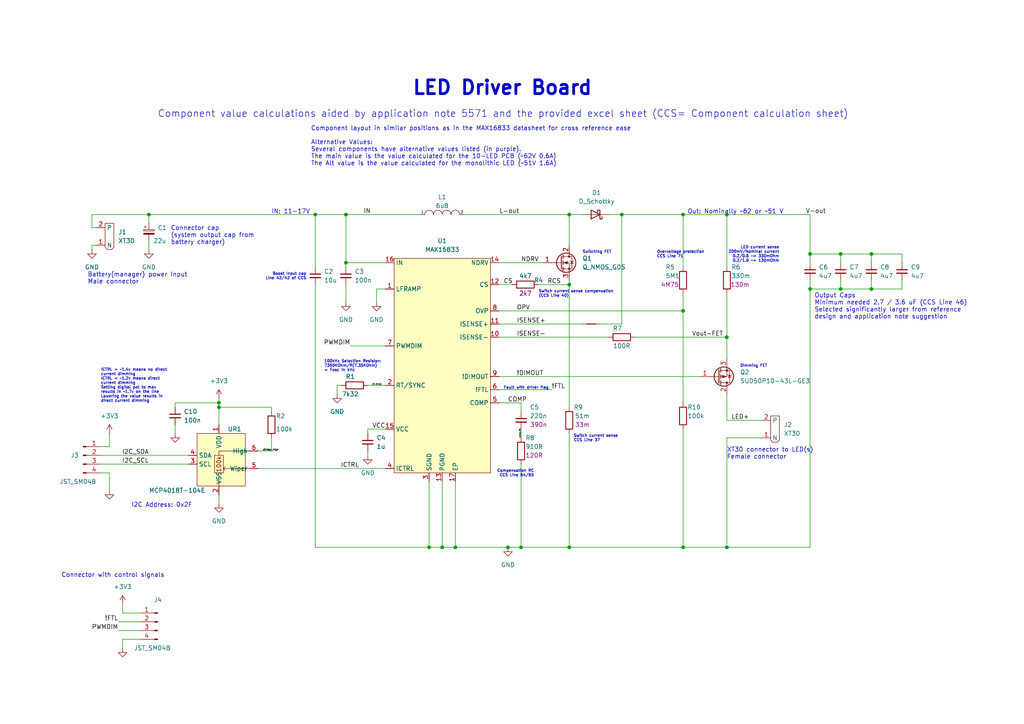
<source format=kicad_sch>
(kicad_sch (version 20211123) (generator eeschema)
  (paper "A4")
  (title_block (title "LED Driver Board") (date "2023-02-01") (rev "V0.3") (company "Eldalote Electronics") (comment 1 "many of the functions of the dive lamp have been split onto different PCBs") (comment 2 "Due to tight radius constrains, ") (comment 4 "Part of the Dive lamp design"))
  (lib_symbols
    (symbol "Connector:Conn_01x04_Male" (pin_names (offset 1.016) hide)
      (property "Reference" "J" (at 0 5.08 0))
      (property "Value" "Conn_01x04_Male" (at 0 -7.62 0))
      (symbol "Conn_01x04_Male_1_1"
        (polyline (pts (xy 1.27 -5.08) (xy 0.8636 -5.08)) (stroke (width 0.1524)))
        (polyline (pts (xy 1.27 -2.54) (xy 0.8636 -2.54)) (stroke (width 0.1524)))
        (polyline (pts (xy 1.27 0) (xy 0.8636 0)) (stroke (width 0.1524)))
        (polyline (pts (xy 1.27 2.54) (xy 0.8636 2.54)) (stroke (width 0.1524)))
        (rectangle (start 0.8636 -4.953) (end 0 -5.207) (stroke (width 0.1524)) (fill (type outline)))
        (rectangle (start 0.8636 -2.413) (end 0 -2.667) (stroke (width 0.1524)) (fill (type outline)))
        (rectangle (start 0.8636 0.127) (end 0 -0.127) (stroke (width 0.1524)) (fill (type outline)))
        (rectangle (start 0.8636 2.667) (end 0 2.413) (stroke (width 0.1524)) (fill (type outline)))
        (pin passive line (at 5.08 2.54 180) (length 3.81) (name "Pin_1") (number "1"))
        (pin passive line (at 5.08 0 180) (length 3.81) (name "Pin_2") (number "2"))
        (pin passive line (at 5.08 -2.54 180) (length 3.81) (name "Pin_3") (number "3"))
        (pin passive line (at 5.08 -5.08 180) (length 3.81) (name "Pin_4") (number "4"))
      )
    )
    (symbol "Device:C_Polarized_Small" (pin_numbers hide) (pin_names (offset 0.254) hide)
      (property "Reference" "C" (at 0.254 1.778 0))
      (property "Value" "C_Polarized_Small" (at 0.254 -2.032 0))
      (symbol "C_Polarized_Small_0_1"
        (rectangle (start -1.524 -0.3048) (end 1.524 -0.6858) (fill (type outline)))
        (rectangle (start -1.524 0.6858) (end 1.524 0.3048))
        (polyline (pts (xy -1.27 1.524) (xy -0.762 1.524)))
        (polyline (pts (xy -1.016 1.27) (xy -1.016 1.778)))
      )
      (symbol "C_Polarized_Small_1_1"
        (pin passive line (at 0 2.54 270) (length 1.8542) (name "~") (number "1"))
        (pin passive line (at 0 -2.54 90) (length 1.8542) (name "~") (number "2"))
      )
    )
    (symbol "Device:C_Small" (pin_numbers hide) (pin_names (offset 0.254) hide)
      (property "Reference" "C" (at 0.254 1.778 0))
      (property "Value" "C_Small" (at 0.254 -2.032 0))
      (symbol "C_Small_0_1"
        (polyline (pts (xy -1.524 -0.508) (xy 1.524 -0.508)) (stroke (width 0.3302)))
        (polyline (pts (xy -1.524 0.508) (xy 1.524 0.508)) (stroke (width 0.3048)))
      )
      (symbol "C_Small_1_1"
        (pin passive line (at 0 2.54 270) (length 2.032) (name "~") (number "1"))
        (pin passive line (at 0 -2.54 90) (length 2.032) (name "~") (number "2"))
      )
    )
    (symbol "Device:D_Schottky" (pin_numbers hide) (pin_names (offset 1.016) hide)
      (property "Reference" "D" (at 0 2.54 0))
      (property "Value" "D_Schottky" (at 0 -2.54 0))
      (symbol "D_Schottky_0_1"
        (polyline (pts (xy 1.27 0) (xy -1.27 0)))
        (polyline (pts (xy 1.27 1.27) (xy 1.27 -1.27) (xy -1.27 0) (xy 1.27 1.27)) (stroke (width 0.254)))
        (polyline (pts (xy -1.905 0.635) (xy -1.905 1.27) (xy -1.27 1.27) (xy -1.27 -1.27) (xy -0.635 -1.27) (xy -0.635 -0.635)) (stroke (width 0.254)))
      )
      (symbol "D_Schottky_1_1"
        (pin passive line (at -3.81 0 0) (length 2.54) (name "K") (number "1"))
        (pin passive line (at 3.81 0 180) (length 2.54) (name "A") (number "2"))
      )
    )
    (symbol "Device:NetTie_2" (pin_numbers hide) (pin_names (offset 0) hide)
      (property "Reference" "NT" (at 0 1.27 0))
      (property "Value" "NetTie_2" (at 0 -1.27 0))
      (symbol "NetTie_2_0_1"
        (polyline (pts (xy -1.27 0) (xy 1.27 0)) (stroke (width 0.254)))
      )
      (symbol "NetTie_2_1_1"
        (pin passive line (at -2.54 0 0) (length 2.54) (name "1") (number "1"))
        (pin passive line (at 2.54 0 180) (length 2.54) (name "2") (number "2"))
      )
    )
    (symbol "Device:Q_NMOS_GDS" (pin_names (offset 0) hide)
      (property "Reference" "Q" (at 5.08 1.27 0))
      (property "Value" "Q_NMOS_GDS" (at 5.08 -1.27 0))
      (symbol "Q_NMOS_GDS_0_1"
        (polyline (pts (xy 0.254 0) (xy -2.54 0)))
        (polyline (pts (xy 0.254 1.905) (xy 0.254 -1.905)) (stroke (width 0.254)))
        (polyline (pts (xy 0.762 -1.27) (xy 0.762 -2.286)) (stroke (width 0.254)))
        (polyline (pts (xy 0.762 0.508) (xy 0.762 -0.508)) (stroke (width 0.254)))
        (polyline (pts (xy 0.762 2.286) (xy 0.762 1.27)) (stroke (width 0.254)))
        (polyline (pts (xy 2.54 2.54) (xy 2.54 1.778)))
        (polyline (pts (xy 2.54 -2.54) (xy 2.54 0) (xy 0.762 0)))
        (polyline (pts (xy 0.762 -1.778) (xy 3.302 -1.778) (xy 3.302 1.778) (xy 0.762 1.778)))
        (polyline (pts (xy 1.016 0) (xy 2.032 0.381) (xy 2.032 -0.381) (xy 1.016 0)) (fill (type outline)))
        (polyline (pts (xy 2.794 0.508) (xy 2.921 0.381) (xy 3.683 0.381) (xy 3.81 0.254)))
        (polyline (pts (xy 3.302 0.381) (xy 2.921 -0.254) (xy 3.683 -0.254) (xy 3.302 0.381)))
        (circle (center 1.651 0) (radius 2.794) (stroke (width 0.254)))
        (circle (center 2.54 -1.778) (radius 0.254) (fill (type outline)))
        (circle (center 2.54 1.778) (radius 0.254) (fill (type outline)))
      )
      (symbol "Q_NMOS_GDS_1_1"
        (pin input line (at -5.08 0 0) (length 2.54) (name "G") (number "1"))
        (pin passive line (at 2.54 5.08 270) (length 2.54) (name "D") (number "2"))
        (pin passive line (at 2.54 -5.08 90) (length 2.54) (name "S") (number "3"))
      )
    )
    (symbol "Device:Q_PMOS_GDS" (pin_names (offset 0) hide)
      (property "Reference" "Q" (at 5.08 1.27 0))
      (property "Value" "Q_PMOS_GDS" (at 5.08 -1.27 0))
      (symbol "Q_PMOS_GDS_0_1"
        (polyline (pts (xy 0.254 0) (xy -2.54 0)))
        (polyline (pts (xy 0.254 1.905) (xy 0.254 -1.905)) (stroke (width 0.254)))
        (polyline (pts (xy 0.762 -1.27) (xy 0.762 -2.286)) (stroke (width 0.254)))
        (polyline (pts (xy 0.762 0.508) (xy 0.762 -0.508)) (stroke (width 0.254)))
        (polyline (pts (xy 0.762 2.286) (xy 0.762 1.27)) (stroke (width 0.254)))
        (polyline (pts (xy 2.54 2.54) (xy 2.54 1.778)))
        (polyline (pts (xy 2.54 -2.54) (xy 2.54 0) (xy 0.762 0)))
        (polyline (pts (xy 0.762 1.778) (xy 3.302 1.778) (xy 3.302 -1.778) (xy 0.762 -1.778)))
        (polyline (pts (xy 2.286 0) (xy 1.27 0.381) (xy 1.27 -0.381) (xy 2.286 0)) (fill (type outline)))
        (polyline (pts (xy 2.794 -0.508) (xy 2.921 -0.381) (xy 3.683 -0.381) (xy 3.81 -0.254)))
        (polyline (pts (xy 3.302 -0.381) (xy 2.921 0.254) (xy 3.683 0.254) (xy 3.302 -0.381)))
        (circle (center 1.651 0) (radius 2.794) (stroke (width 0.254)))
        (circle (center 2.54 -1.778) (radius 0.254) (fill (type outline)))
        (circle (center 2.54 1.778) (radius 0.254) (fill (type outline)))
      )
      (symbol "Q_PMOS_GDS_1_1"
        (pin input line (at -5.08 0 0) (length 2.54) (name "G") (number "1"))
        (pin passive line (at 2.54 5.08 270) (length 2.54) (name "D") (number "2"))
        (pin passive line (at 2.54 -5.08 90) (length 2.54) (name "S") (number "3"))
      )
    )
    (symbol "Device:R" (pin_numbers hide) (pin_names (offset 0))
      (property "Reference" "R" (at 2.032 0 90))
      (property "Value" "R" (at 0 0 90))
      (symbol "R_0_1"
        (rectangle (start -1.016 -2.54) (end 1.016 2.54) (stroke (width 0.254)))
      )
      (symbol "R_1_1"
        (pin passive line (at 0 3.81 270) (length 1.27) (name "~") (number "1"))
        (pin passive line (at 0 -3.81 90) (length 1.27) (name "~") (number "2"))
      )
    )
    (symbol "Eldalote_symbols:MAX16833"
      (property "Reference" "U" (at 0.635 31.75 0))
      (property "Value" "MAX16833" (at -7.62 31.75 0))
      (symbol "MAX16833_0_1"
        (rectangle (start -13.97 30.48) (end 13.97 -31.75) (fill (type background)))
      )
      (symbol "MAX16833_1_1"
        (pin output line (at -16.51 21.59 0) (length 2.54) (name "LFRAMP") (number "1"))
        (pin passive line (at 16.51 7.62 180) (length 2.54) (name "ISENSE-") (number "10"))
        (pin passive line (at 16.51 11.43 180) (length 2.54) (name "ISENSE+") (number "11"))
        (pin input line (at 16.51 22.86 180) (length 2.54) (name "CS") (number "12"))
        (pin passive line (at 0 -34.29 90) (length 2.54) (name "PGND") (number "13"))
        (pin output line (at 16.51 29.21 180) (length 2.54) (name "NDRV") (number "14"))
        (pin output line (at -16.51 -19.05 0) (length 2.54) (name "VCC") (number "15"))
        (pin input line (at -16.51 29.21 0) (length 2.54) (name "IN") (number "16"))
        (pin passive line (at 3.81 -34.29 90) (length 2.54) (name "EP") (number "17"))
        (pin input line (at -16.51 -6.35 0) (length 2.54) (name "RT/SYNC") (number "2"))
        (pin passive line (at -3.81 -34.29 90) (length 2.54) (name "SGND") (number "3"))
        (pin input line (at -16.51 -30.48 0) (length 2.54) (name "ICTRL") (number "4"))
        (pin passive line (at 16.51 -11.43 180) (length 2.54) (name "COMP") (number "5"))
        (pin output line (at 16.51 -7.62 180) (length 2.54) (name "!FTL") (number "6"))
        (pin input line (at -16.51 5.08 0) (length 2.54) (name "PWMDIM") (number "7"))
        (pin input line (at 16.51 15.24 180) (length 2.54) (name "OVP") (number "8"))
        (pin output line (at 16.51 -3.81 180) (length 2.54) (name "!DIMOUT") (number "9"))
      )
    )
    (symbol "Eldalote_symbols:MCP4018T-104E"
      (property "Reference" "UR" (at 3.81 15.24 0))
      (property "Value" "MCP4018T-104E" (at -1.27 27.94 0))
      (symbol "MCP4018T-104E_0_0"
        (text "100k" (at 0 5.08 900) (effects (font (size 1.27 1.27))))
      )
      (symbol "MCP4018T-104E_0_1"
        (rectangle (start -6.35 13.97) (end 7.62 -1.27) (fill (type background)))
        (polyline (pts (xy 1.27 3.81) (xy 1.778 3.302)))
        (polyline (pts (xy 1.27 3.81) (xy 1.778 4.318)))
        (polyline (pts (xy 1.27 3.81) (xy 5.08 3.81)))
        (polyline (pts (xy 5.08 3.81) (xy 8.89 3.81)))
        (polyline (pts (xy 5.08 8.89) (xy 8.89 8.89)))
        (polyline (pts (xy 0 7.62) (xy 0 8.89) (xy 5.08 8.89)))
        (polyline (pts (xy 0 -1.27) (xy 0 2.54) (xy -1.27 2.54) (xy -1.27 7.62) (xy 1.27 7.62) (xy 1.27 2.54) (xy 0 2.54)))
      )
      (symbol "MCP4018T-104E_1_1"
        (pin passive line (at 0 16.51 270) (length 2.54) (name "VDD") (number "1"))
        (pin passive line (at 0 -3.81 90) (length 2.54) (name "VSS") (number "2"))
        (pin passive line (at -8.89 5.08 0) (length 2.54) (name "SCL") (number "3"))
        (pin passive line (at -8.89 7.62 0) (length 2.54) (name "SDA") (number "4"))
        (pin passive line (at 11.43 3.81 180) (length 2.54) (name "Wiper") (number "5"))
        (pin passive line (at 11.43 8.89 180) (length 2.54) (name "High") (number "6"))
      )
    )
    (symbol "Eldalote_symbols:XT30"
      (property "Reference" "J" (at 0.635 4.445 0))
      (property "Value" "XT30" (at 1.27 -4.445 0))
      (symbol "XT30_0_1"
        (polyline (pts (xy 0 3.81) (xy 0 -3.175) (xy 0.635 -3.81) (xy 1.905 -3.81) (xy 2.54 -3.175) (xy 2.54 3.81) (xy 0 3.81)))
      )
      (symbol "XT30_1_1"
        (pin passive line (at -2.54 -2.54 0) (length 2.54) (name "N") (number "1"))
        (pin passive line (at -2.54 2.54 0) (length 2.54) (name "P") (number "2"))
      )
    )
    (symbol "power:+3V3" (power) (pin_names (offset 0))
      (property "Value" "+3V3" (at 0 3.556 0))
      (symbol "+3V3_0_1"
        (polyline (pts (xy -0.762 1.27) (xy 0 2.54)))
        (polyline (pts (xy 0 0) (xy 0 2.54)))
        (polyline (pts (xy 0 2.54) (xy 0.762 1.27)))
      )
      (symbol "+3V3_1_1"
        (pin power_in line (at 0 0 90) (length 0) hide (name "+3V3") (number "1"))
      )
    )
    (symbol "power:GND" (power) (pin_names (offset 0))
      (property "Value" "GND" (at 0 -3.81 0))
      (symbol "GND_0_1"
        (polyline (pts (xy 0 0) (xy 0 -1.27) (xy 1.27 -1.27) (xy 0 -2.54) (xy -1.27 -1.27) (xy 0 -1.27)))
      )
      (symbol "GND_1_1"
        (pin power_in line (at 0 0 270) (length 0) hide (name "GND") (number "1"))
      )
    )
    (symbol "pspice:INDUCTOR" (pin_numbers hide) (pin_names (offset 0))
      (property "Reference" "L" (at 0 2.54 0))
      (property "Value" "INDUCTOR" (at 0 -1.27 0))
      (symbol "INDUCTOR_0_1"
        (arc (start -2.54 0) (mid -3.81 1.27) (end -5.08 0))
        (arc (start 0 0) (mid -1.27 1.27) (end -2.54 0))
        (arc (start 2.54 0) (mid 1.27 1.27) (end 0 0))
        (arc (start 5.08 0) (mid 3.81 1.27) (end 2.54 0))
      )
      (symbol "INDUCTOR_1_1"
        (pin input line (at -6.35 0 0) (length 1.27) (name "1") (number "1"))
        (pin input line (at 6.35 0 180) (length 1.27) (name "2") (number "2"))
      )
    )
  )
  (junction (at 198.12 90.17))
  (junction (at 165.1 158.75))
  (junction (at 151.13 158.75))
  (junction (at 147.32 158.75))
  (junction (at 63.5 116.84))
  (junction (at 165.1 62.23))
  (junction (at 252.73 83.82))
  (junction (at 91.44 62.23))
  (junction (at 234.95 73.66))
  (junction (at 124.46 158.75))
  (junction (at 198.12 62.23))
  (junction (at 132.08 158.75))
  (junction (at 210.82 97.79))
  (junction (at 63.5 118.11))
  (junction (at 43.18 62.23))
  (junction (at 128.27 158.75))
  (junction (at 210.82 62.23))
  (junction (at 165.1 82.55))
  (junction (at 100.33 62.23))
  (junction (at 234.95 83.82))
  (junction (at 243.84 83.82))
  (junction (at 198.12 158.75))
  (junction (at 252.73 73.66))
  (junction (at 210.82 158.75))
  (junction (at 180.34 62.23))
  (junction (at 243.84 73.66))
  (junction (at 100.33 76.2))
  (wire (pts (xy 40.64 177.8) (xy 35.56 177.8)))
  (wire (pts (xy 151.13 116.84) (xy 151.13 119.38)))
  (wire (pts (xy 31.75 129.54) (xy 31.75 125.73)))
  (wire (pts (xy 147.32 158.75) (xy 151.13 158.75)))
  (wire (pts (xy 144.78 116.84) (xy 151.13 116.84)))
  (wire (pts (xy 91.44 62.23) (xy 91.44 77.47)))
  (wire (pts (xy 261.62 81.28) (xy 261.62 83.82)))
  (wire (pts (xy 198.12 62.23) (xy 198.12 77.47)))
  (wire (pts (xy 134.62 62.23) (xy 165.1 62.23)))
  (wire (pts (xy 99.06 111.76) (xy 97.79 111.76)))
  (wire (pts (xy 63.5 115.57) (xy 63.5 116.84)))
  (wire (pts (xy 261.62 76.2) (xy 261.62 73.66)))
  (wire (pts (xy 100.33 62.23) (xy 121.92 62.23)))
  (wire (pts (xy 165.1 62.23) (xy 168.91 62.23)))
  (wire (pts (xy 63.5 143.51) (xy 63.5 146.05)))
  (wire (pts (xy 210.82 114.3) (xy 210.82 121.92)))
  (wire (pts (xy 252.73 81.28) (xy 252.73 83.82)))
  (wire (pts (xy 234.95 73.66) (xy 243.84 73.66)))
  (wire (pts (xy 106.68 130.81) (xy 106.68 132.08)))
  (wire (pts (xy 210.82 97.79) (xy 210.82 104.14)))
  (wire (pts (xy 210.82 62.23) (xy 210.82 77.47)))
  (wire (pts (xy 35.56 175.26) (xy 35.56 177.8)))
  (wire (pts (xy 43.18 62.23) (xy 43.18 64.77)))
  (wire (pts (xy 210.82 127) (xy 220.98 127)))
  (wire (pts (xy 198.12 85.09) (xy 198.12 90.17)))
  (wire (pts (xy 252.73 73.66) (xy 261.62 73.66)))
  (wire (pts (xy 78.74 118.11) (xy 63.5 118.11)))
  (wire (pts (xy 180.34 93.98) (xy 180.34 62.23)))
  (wire (pts (xy 198.12 158.75) (xy 165.1 158.75)))
  (wire (pts (xy 173.99 93.98) (xy 180.34 93.98)))
  (wire (pts (xy 210.82 62.23) (xy 234.95 62.23)))
  (wire (pts (xy 234.95 83.82) (xy 234.95 158.75)))
  (wire (pts (xy 210.82 158.75) (xy 198.12 158.75)))
  (wire (pts (xy 100.33 76.2) (xy 111.76 76.2)))
  (wire (pts (xy 124.46 158.75) (xy 128.27 158.75)))
  (wire (pts (xy 78.74 119.38) (xy 78.74 118.11)))
  (wire (pts (xy 100.33 82.55) (xy 100.33 87.63)))
  (wire (pts (xy 198.12 90.17) (xy 198.12 116.84)))
  (wire (pts (xy 63.5 118.11) (xy 63.5 123.19)))
  (wire (pts (xy 234.95 73.66) (xy 234.95 62.23)))
  (wire (pts (xy 144.78 109.22) (xy 203.2 109.22)))
  (wire (pts (xy 91.44 82.55) (xy 91.44 158.75)))
  (wire (pts (xy 106.68 111.76) (xy 111.76 111.76)))
  (wire (pts (xy 50.8 116.84) (xy 63.5 116.84)))
  (wire (pts (xy 128.27 158.75) (xy 132.08 158.75)))
  (wire (pts (xy 210.82 127) (xy 210.82 158.75)))
  (wire (pts (xy 144.78 93.98) (xy 168.91 93.98)))
  (wire (pts (xy 210.82 62.23) (xy 198.12 62.23)))
  (wire (pts (xy 210.82 121.92) (xy 220.98 121.92)))
  (wire (pts (xy 144.78 76.2) (xy 157.48 76.2)))
  (wire (pts (xy 132.08 139.7) (xy 132.08 158.75)))
  (wire (pts (xy 234.95 81.28) (xy 234.95 83.82)))
  (wire (pts (xy 26.67 62.23) (xy 26.67 66.04)))
  (wire (pts (xy 106.68 124.46) (xy 106.68 125.73)))
  (wire (pts (xy 198.12 62.23) (xy 180.34 62.23)))
  (wire (pts (xy 50.8 123.19) (xy 50.8 125.73)))
  (wire (pts (xy 165.1 82.55) (xy 165.1 118.11)))
  (wire (pts (xy 26.67 71.12) (xy 26.67 72.39)))
  (wire (pts (xy 243.84 83.82) (xy 234.95 83.82)))
  (wire (pts (xy 50.8 118.11) (xy 50.8 116.84)))
  (wire (pts (xy 34.29 180.34) (xy 40.64 180.34)))
  (wire (pts (xy 261.62 83.82) (xy 252.73 83.82)))
  (wire (pts (xy 184.15 97.79) (xy 210.82 97.79)))
  (wire (pts (xy 156.21 82.55) (xy 165.1 82.55)))
  (wire (pts (xy 29.21 129.54) (xy 31.75 129.54)))
  (wire (pts (xy 34.29 182.88) (xy 40.64 182.88)))
  (wire (pts (xy 243.84 81.28) (xy 243.84 83.82)))
  (wire (pts (xy 27.94 71.12) (xy 26.67 71.12)))
  (wire (pts (xy 243.84 73.66) (xy 243.84 76.2)))
  (wire (pts (xy 100.33 62.23) (xy 100.33 76.2)))
  (wire (pts (xy 252.73 83.82) (xy 243.84 83.82)))
  (wire (pts (xy 234.95 76.2) (xy 234.95 73.66)))
  (wire (pts (xy 165.1 158.75) (xy 151.13 158.75)))
  (wire (pts (xy 243.84 73.66) (xy 252.73 73.66)))
  (wire (pts (xy 63.5 116.84) (xy 63.5 118.11)))
  (wire (pts (xy 78.74 130.81) (xy 78.74 127)))
  (wire (pts (xy 198.12 124.46) (xy 198.12 158.75)))
  (wire (pts (xy 144.78 113.03) (xy 160.02 113.03)))
  (wire (pts (xy 97.79 111.76) (xy 97.79 114.3)))
  (wire (pts (xy 210.82 158.75) (xy 234.95 158.75)))
  (wire (pts (xy 29.21 134.62) (xy 54.61 134.62)))
  (wire (pts (xy 124.46 139.7) (xy 124.46 158.75)))
  (wire (pts (xy 74.93 135.89) (xy 111.76 135.89)))
  (wire (pts (xy 100.33 76.2) (xy 100.33 77.47)))
  (wire (pts (xy 111.76 83.82) (xy 109.22 83.82)))
  (wire (pts (xy 35.56 185.42) (xy 35.56 187.96)))
  (wire (pts (xy 165.1 125.73) (xy 165.1 158.75)))
  (wire (pts (xy 35.56 185.42) (xy 40.64 185.42)))
  (wire (pts (xy 210.82 85.09) (xy 210.82 97.79)))
  (wire (pts (xy 26.67 62.23) (xy 43.18 62.23)))
  (wire (pts (xy 180.34 62.23) (xy 176.53 62.23)))
  (wire (pts (xy 165.1 81.28) (xy 165.1 82.55)))
  (wire (pts (xy 144.78 90.17) (xy 198.12 90.17)))
  (wire (pts (xy 151.13 124.46) (xy 151.13 127)))
  (wire (pts (xy 74.93 130.81) (xy 78.74 130.81)))
  (wire (pts (xy 128.27 139.7) (xy 128.27 158.75)))
  (wire (pts (xy 26.67 66.04) (xy 27.94 66.04)))
  (wire (pts (xy 144.78 82.55) (xy 148.59 82.55)))
  (wire (pts (xy 252.73 73.66) (xy 252.73 76.2)))
  (wire (pts (xy 109.22 83.82) (xy 109.22 87.63)))
  (wire (pts (xy 132.08 158.75) (xy 147.32 158.75)))
  (wire (pts (xy 29.21 137.16) (xy 31.75 137.16)))
  (wire (pts (xy 31.75 137.16) (xy 31.75 142.24)))
  (wire (pts (xy 43.18 69.85) (xy 43.18 72.39)))
  (wire (pts (xy 91.44 158.75) (xy 124.46 158.75)))
  (wire (pts (xy 111.76 124.46) (xy 106.68 124.46)))
  (wire (pts (xy 91.44 62.23) (xy 100.33 62.23)))
  (wire (pts (xy 29.21 132.08) (xy 54.61 132.08)))
  (wire (pts (xy 151.13 134.62) (xy 151.13 158.75)))
  (wire (pts (xy 165.1 62.23) (xy 165.1 71.12)))
  (wire (pts (xy 43.18 62.23) (xy 91.44 62.23)))
  (wire (pts (xy 101.6 100.33) (xy 111.76 100.33)))
  (wire (pts (xy 144.78 97.79) (xy 176.53 97.79)))
  (text "Switch current sense\nCCS Line 37" (at 166.37 128.27 0) (effects (font (size 0.8 0.8)) (justify left bottom)))
  (text "Connector cap \n(system output cap from \nbattery charger)\n" (at 49.53 71.12 0) (effects (font (size 1.27 1.27)) (justify left bottom)))
  (text "ICTRL > ~1.4v means no direct \ncurrent dimming\nICTRL < ~1.2v means direct \ncurrent dimming\nSetting digital pot to max\nresults in ~1.7v on the line\nLowering the value results in\ndirect current dimming" (at 29.21 116.84 0) (effects (font (size 0.8 0.8)) (justify left bottom)))
  (text "LED current sense\n200mV/Nominal current\n0.2/0.6 ~= 330mOhm\n0.2/1.6 ~= 130mOhm" (at 226.06 76.2 180) (effects (font (size 0.8 0.8)) (justify right bottom)))
  (text "Compensation RC\nCCS Line 64/65" (at 154.94 138.43 180) (effects (font (size 0.8 0.8)) (justify right bottom)))
  (text "Dimming FET" (at 214.63 106.68 0) (effects (font (size 0.8 0.8)) (justify left bottom)))
  (text "Fault with driver flag" (at 146.05 113.03 0) (effects (font (size 0.8 0.8)) (justify left bottom)))
  (text "XT30 connector to LED(s)\nFemale connector" (at 210.82 133.35 0) (effects (font (size 1.27 1.27)) (justify left bottom)))
  (text "Switch current sense compensation\n(CCS Line 40)\n" (at 156.21 86.36 0) (effects (font (size 0.8 0.8)) (justify left bottom)))
  (text "Out: Nominally ~62 or ~51 V" (at 199.39 62.23 0) (effects (font (size 1.27 1.27)) (justify left bottom)))
  (text "Connector with control signals\n" (at 17.78 167.64 0) (effects (font (size 1.27 1.27)) (justify left bottom)))
  (text "I2C Address: 0x2F" (at 38.1 147.32 0) (effects (font (size 1.27 1.27)) (justify left bottom)))
  (text "Switching FET" (at 168.91 73.66 0) (effects (font (size 0.8 0.8)) (justify left bottom)))
  (text "Overvoltage protection\nCCS Line 71" (at 190.5 74.93 0) (effects (font (size 0.8 0.8)) (justify left bottom)))
  (text "Output Caps\nMinimum needed 2.7 / 3.6 uF (CCS Line 46)\nSelected significantly larger from reference \ndesign and application note suggestion " (at 236.22 92.71 0) (effects (font (size 1.27 1.27)) (justify left bottom)))
  (text "LED Driver Board" (at 119.38 27.94 0) (effects (font (size 4 4) (thickness 0.8) bold) (justify left bottom)))
  (text "Component value calculations aided by application note 5571 and the provided excel sheet (CCS= Component calculation sheet)\n" (at 45.72 34.29 0) (effects (font (size 2 2)) (justify left bottom)))
  (text "IN: 11-17V " (at 78.74 62.23 0) (effects (font (size 1.27 1.27)) (justify left bottom)))
  (text "Alternative Values:\nSeveral components have alternative values listed (in purple).\nThe main value is the value calculated for the 10-LED PCB (~62V 0.6A)\nThe Alt value is the value calculated for the monolithic LED (~51V 1.6A)" (at 90.17 48.26 0) (effects (font (size 1.27 1.27)) (justify left bottom)))
  (text "Boost Input cap\nLine 42/42 of CCS" (at 88.9 81.28 180) (effects (font (size 0.8 0.8)) (justify right bottom)))
  (text "Component layout in similar positions as in the MAX16833 datasheet for cross reference ease" (at 90.17 38.1 0) (effects (font (size 1.27 1.27)) (justify left bottom)))
  (text "100kHz Selection Resistor:\n7350KOhm/R(7.35KOhm) \n= Fosc in kHz" (at 93.98 107.95 0) (effects (font (size 0.8 0.8)) (justify left bottom)))
  (text "Battery(manager) power Input\nMale connector" (at 25.4 82.55 0) (effects (font (size 1.27 1.27)) (justify left bottom)))
  (label "RT{slash}SYNC" (at 107.95 111.76 0) (effects (font (size 0.4 0.4))))
  (label "IN" (at 105.41 62.23 0))
  (label "!FTL" (at 34.29 180.34 180))
  (label "RCS" (at 158.75 82.55 0))
  (label "COMP" (at 147.32 116.84 0))
  (label "V-out" (at 233.68 62.23 0))
  (label "L-out" (at 144.78 62.23 0))
  (label "PWMDIM" (at 101.6 100.33 180))
  (label "CS" (at 146.05 82.55 0))
  (label "VCC" (at 107.95 124.46 0))
  (label "NDRV" (at 151.13 76.2 0))
  (label "comp_RC" (at 151.13 127 90) (effects (font (size 0.4 0.4))))
  (label "!DIMOUT" (at 149.86 109.22 0))
  (label "!FTL" (at 160.02 113.03 0))
  (label "I2C_SDA" (at 43.18 132.08 180))
  (label "ISENSE+" (at 149.86 93.98 0))
  (label "OPV" (at 149.86 90.17 0))
  (label "ISENSE-" (at 149.86 97.79 0))
  (label "I2C_SCL" (at 43.18 134.62 180))
  (label "divider_high" (at 76.2 130.81 0) (effects (font (size 0.5 0.5))))
  (label "PWMDIM" (at 34.29 182.88 180))
  (label "LED+" (at 212.09 121.92 0))
  (label "Vout-FET" (at 200.66 97.79 0))
  (label "ICTRL" (at 104.14 135.89 180))
  (symbol (lib_id "pspice:INDUCTOR") (at 128.27 62.23 0) (unit 1)
    (property "Reference" "L1" (at 128.27 57.15 0))
    (property "Value" "6u8" (at 128.27 59.69 0))
    (property "Footprint" "Eldalote-footprints:SRP-1265C" (effects hide))
    (property "Extra requirement" "8.4A av. 9.6A peak" (effects hide))
    (property "MfID" "SRP1265C-6R8M" (effects hide))
  )
  (symbol (lib_id "Device:R") (at 78.74 123.19 180) (unit 1)
    (property "Reference" "R2" (at 80.01 120.65 0) (effects (justify right)))
    (property "Value" "100k" (at 80.01 124.46 0) (effects (justify right)))
    (property "Footprint" "Resistor_SMD:R_0402_1005Metric" (effects hide))
    (property "MfID" "CR0402-FX-1003GLF" (effects hide))
  )
  (symbol (lib_id "Device:Q_NMOS_GDS") (at 162.56 76.2 0) (unit 1)
    (property "Reference" "Q1" (at 168.91 74.9299 0) (effects (justify left)))
    (property "Value" "Q_NMOS_GDS" (at 168.91 77.4699 0) (effects (justify left)))
    (property "Footprint" "Package_TO_SOT_SMD:TO-252-2" (effects hide))
    (property "Extra requirement" "90V 5A" (effects hide))
    (property "MfID" "AOD66920" (effects hide))
  )
  (symbol (lib_id "power:GND") (at 100.33 87.63 0) (unit 1)
    (property "Reference" "#PWR05" (effects hide))
    (property "Value" "GND" (at 100.33 92.71 0))
  )
  (symbol (lib_id "Device:R") (at 180.34 97.79 90) (unit 1)
    (property "Reference" "R7" (at 179.07 95.25 90))
    (property "Value" "100R" (at 180.34 100.33 90))
    (property "Footprint" "Resistor_SMD:R_0805_2012Metric" (effects hide))
    (property "MfID" "RK73H2ATTD1000F" (effects hide))
  )
  (symbol (lib_id "power:GND") (at 43.18 72.39 0) (unit 1)
    (property "Reference" "#PWR0102" (effects hide))
    (property "Value" "GND" (at 43.18 77.47 0))
  )
  (symbol (lib_id "power:GND") (at 97.79 114.3 0) (unit 1)
    (property "Reference" "#PWR04" (effects hide))
    (property "Value" "GND" (at 97.79 119.38 0))
  )
  (symbol (lib_id "power:+3V3") (at 31.75 125.73 0) (mirror y) (unit 1)
    (property "Reference" "#PWR0105" (effects hide))
    (property "Value" "+3V3" (at 31.75 120.65 0))
  )
  (symbol (lib_id "power:GND") (at 109.22 87.63 0) (unit 1)
    (property "Reference" "#PWR07" (effects hide))
    (property "Value" "GND" (at 109.22 92.71 0))
  )
  (symbol (lib_id "Device:R") (at 165.1 121.92 180) (unit 1)
    (property "Reference" "R9" (at 166.37 118.11 0) (effects (justify right)))
    (property "Value" "51m" (at 166.73 120.65 0) (effects (justify right)))
    (property "Footprint" "Resistor_SMD:R_1206_3216Metric" (effects hide))
    (property "AltValue" "33m" (at 168.91 123.19 0))
    (property "Alt MfID" "D1WEL1206MR033FA-T5" (effects hide))
    (property "MfID" "RL1206FR-7W0R051L" (effects hide))
  )
  (symbol (lib_id "power:+3V3") (at 35.56 175.26 0) (unit 1)
    (property "Reference" "#PWR0106" (effects hide))
    (property "Value" "+3V3" (at 35.56 170.18 0))
  )
  (symbol (lib_id "Device:R") (at 198.12 120.65 180) (unit 1)
    (property "Reference" "R10" (at 199.39 118.11 0) (effects (justify right)))
    (property "Value" "100k" (at 199.39 120.65 0) (effects (justify right)))
    (property "Footprint" "Resistor_SMD:R_0402_1005Metric" (effects hide))
    (property "MfID" "CR0402-FX-1003GLF" (effects hide))
  )
  (symbol (lib_id "power:GND") (at 106.68 132.08 0) (unit 1)
    (property "Reference" "#PWR06" (effects hide))
    (property "Value" "GND" (at 106.68 137.16 0))
  )
  (symbol (lib_id "Device:C_Polarized_Small") (at 43.18 67.31 0) (unit 1)
    (property "Reference" "C1" (at 45.72 66.0462 0) (effects (justify left)))
    (property "Value" "22u" (at 44.45 69.85 0) (effects (justify left)))
    (property "Footprint" "Capacitor_SMD:CP_Elec_5x5.3" (effects hide))
    (property "Extra requirement" "35V" (effects hide))
    (property "MfID" "865080542006" (effects hide))
  )
  (symbol (lib_id "Device:NetTie_2") (at 171.45 93.98 0) (unit 1)
    (property "Reference" "NT1" (effects hide))
    (property "Value" "NetTie_2" (effects hide))
    (property "Footprint" "NetTie:NetTie-2_SMD_Pad0.5mm" (effects hide))
  )
  (symbol (lib_id "Device:C_Small") (at 106.68 128.27 180) (unit 1)
    (property "Reference" "C4" (at 109.22 126.9935 0) (effects (justify right)))
    (property "Value" "1u" (at 109.22 129.5335 0) (effects (justify right)))
    (property "Footprint" "Capacitor_SMD:C_0402_1005Metric" (effects hide))
    (property "Extra requirement" "16V" (effects hide))
    (property "MfID" "CL05A105KO5NNNC" (effects hide))
  )
  (symbol (lib_id "Connector:Conn_01x04_Male") (at 24.13 132.08 0) (unit 1)
    (property "Reference" "J3" (at 22.86 132.0799 0) (effects (justify right)))
    (property "Value" "JST_SM04B" (at 27.94 139.7 0) (effects (justify right)))
    (property "Footprint" "Connector_JST:JST_SH_SM04B-SRSS-TB_1x04-1MP_P1.00mm_Horizontal" (effects hide))
    (property "MfID" "SM04B-SRSS-TB(LF)(SN)" (effects hide))
  )
  (symbol (lib_id "Device:C_Small") (at 100.33 80.01 0) (unit 1)
    (property "Reference" "C3" (at 102.87 78.7462 0) (effects (justify left)))
    (property "Value" "100n" (at 102.87 81.2862 0) (effects (justify left)))
    (property "Footprint" "Capacitor_SMD:C_0603_1608Metric" (effects hide))
    (property "Extra requirement" "50V" (effects hide))
    (property "MfID" "CL10B104KB8NNWC" (effects hide))
  )
  (symbol (lib_id "power:GND") (at 35.56 187.96 0) (unit 1)
    (property "Reference" "#PWR0104" (effects hide))
    (property "Value" "GND" (effects hide))
  )
  (symbol (lib_id "Device:C_Small") (at 91.44 80.01 0) (unit 1)
    (property "Reference" "C2" (at 93.98 78.7462 0) (effects (justify left)))
    (property "Value" "10u " (at 93.98 81.2862 0) (effects (justify left)))
    (property "Footprint" "Capacitor_SMD:C_1206_3216Metric" (effects hide))
    (property "Extra requirement" "50V" (effects hide))
    (property "MfID" "CL31B106KBHNNNE" (effects hide))
  )
  (symbol (lib_id "Eldalote_symbols:MCP4018T-104E") (at 63.5 139.7 0) (unit 1)
    (property "Reference" "UR1" (at 66.04 124.46 0) (effects (justify left)))
    (property "Value" "MCP4018T-104E" (at 43.18 142.24 0) (effects (justify left)))
    (property "Footprint" "Package_TO_SOT_SMD:SOT-363_SC-70-6" (effects hide))
    (property "MfID" "MCP4018T-104E/LT" (effects hide))
  )
  (symbol (lib_id "power:GND") (at 147.32 158.75 0) (unit 1)
    (property "Reference" "#PWR08" (effects hide))
    (property "Value" "GND" (at 147.32 163.83 0))
  )
  (symbol (lib_id "power:+3V3") (at 63.5 115.57 0) (unit 1)
    (property "Reference" "#PWR0103" (effects hide))
    (property "Value" "+3V3" (at 63.5 110.49 0))
  )
  (symbol (lib_id "Connector:Conn_01x04_Male") (at 45.72 180.34 0) (mirror y) (unit 1)
    (property "Reference" "J4" (at 46.99 173.99 0) (effects (justify left)))
    (property "Value" "JST_SM04B" (at 49.53 187.96 0) (effects (justify left)))
    (property "Footprint" "Connector_JST:JST_SH_SM04B-SRSS-TB_1x04-1MP_P1.00mm_Horizontal" (effects hide))
    (property "MfID" "SM04B-SRSS-TB(LF)(SN)" (effects hide))
  )
  (symbol (lib_id "Device:C_Small") (at 151.13 121.92 0) (unit 1)
    (property "Reference" "C5" (at 153.67 118.11 0) (effects (justify left)))
    (property "Value" "220n" (at 153.67 120.65 0) (effects (justify left)))
    (property "Footprint" "Capacitor_SMD:C_0603_1608Metric" (effects hide))
    (property "AltValue" "390n" (at 156.21 123.19 0))
    (property "Alt MfID" "GCJ188R91E394KA01D" (effects hide))
    (property "Extra requirement" "25V" (effects hide))
    (property "MfID" "TMK107B7224KA-T" (effects hide))
  )
  (symbol (lib_id "Device:C_Small") (at 243.84 78.74 0) (unit 1)
    (property "Reference" "C7" (at 246.38 77.4762 0) (effects (justify left)))
    (property "Value" "4u7" (at 246.38 80.0162 0) (effects (justify left)))
    (property "Footprint" "Capacitor_SMD:C_1206_3216Metric" (effects hide))
    (property "Extra requirement" "100V" (effects hide))
    (property "MfID" "GRJ31CC72A475KE01L" (effects hide))
  )
  (symbol (lib_id "Device:R") (at 152.4 82.55 90) (unit 1)
    (property "Reference" "R4" (at 156.21 81.28 90))
    (property "Value" "4k7" (at 152.4 80.01 90))
    (property "Footprint" "Resistor_SMD:R_0402_1005Metric" (effects hide))
    (property "AltValue" "2k7" (at 152.4 85.09 90))
    (property "Alt MfID" "RMCF0402FT2K70" (effects hide))
    (property "MfID" "CR0402-FX-4701GLF" (effects hide))
  )
  (symbol (lib_id "Device:R") (at 198.12 81.28 180) (unit 1)
    (property "Reference" "R5" (at 193.04 77.47 0) (effects (justify right)))
    (property "Value" "5M1" (at 193.04 80.01 0) (effects (justify right)))
    (property "Footprint" "Resistor_SMD:R_0603_1608Metric" (effects hide))
    (property "AltValue" "4M75" (at 194.31 82.55 0))
    (property "Alt MfID" "RC0603FR-074M75L" (effects hide))
    (property "MfID" "RC0603FR-075M1L" (effects hide))
  )
  (symbol (lib_id "Device:R") (at 151.13 130.81 180) (unit 1)
    (property "Reference" "R8" (at 152.4 127 0) (effects (justify right)))
    (property "Value" "910R" (at 152.4 129.54 0) (effects (justify right)))
    (property "Footprint" "Resistor_SMD:R_0402_1005Metric" (effects hide))
    (property "AltValue" "120R" (at 154.94 132.08 0))
    (property "Alt MfID" "CR0402-FX-1200GLF" (effects hide))
    (property "MfID" "RC0402FR-07910RL" (effects hide))
  )
  (symbol (lib_id "Eldalote_symbols:MAX16833") (at 128.27 105.41 0) (unit 1)
    (property "Reference" "U1" (at 128.27 69.85 0))
    (property "Value" "MAX16833" (at 128.27 72.39 0))
    (property "Footprint" "Package_SO:HTSSOP-16-1EP_4.4x5mm_P0.65mm_EP3.4x5mm_Mask2.46x2.31mm_ThermalVias" (effects hide))
    (property "MfID" "MAX16833AUE+" (effects hide))
  )
  (symbol (lib_id "Device:C_Small") (at 261.62 78.74 0) (unit 1)
    (property "Reference" "C9" (at 264.16 77.4762 0) (effects (justify left)))
    (property "Value" "4u7" (at 264.16 80.0162 0) (effects (justify left)))
    (property "Footprint" "Capacitor_SMD:C_1206_3216Metric" (effects hide))
    (property "Extra requirement" "100V" (effects hide))
    (property "MfID" "GRJ31CC72A475KE01L" (effects hide))
  )
  (symbol (lib_id "Device:D_Schottky") (at 172.72 62.23 180) (unit 1)
    (property "Reference" "D1" (at 173.0375 55.88 0))
    (property "Value" "D_Schottky" (at 173.0375 58.42 0))
    (property "Footprint" "Diode_SMD:D_PowerDI-5" (effects hide))
    (property "Extra requirement" "100v 5A" (effects hide))
    (property "MfID" "SDT5H100P5-7" (effects hide))
  )
  (symbol (lib_id "Device:Q_PMOS_GDS") (at 208.28 109.22 0) (mirror x) (unit 1)
    (property "Reference" "Q2" (at 214.63 107.9499 0) (effects (justify left)))
    (property "Value" "SUD50P10-43L-GE3" (at 214.63 110.4899 0) (effects (justify left)))
    (property "Footprint" "Package_TO_SOT_SMD:TO-252-2" (effects hide))
    (property "Extra requirement" "90V 5A" (effects hide))
    (property "MfID" "SUD50P10-43L-GE3" (effects hide))
  )
  (symbol (lib_id "Device:R") (at 102.87 111.76 90) (unit 1)
    (property "Reference" "R1" (at 101.6 109.22 90))
    (property "Value" "7k32" (at 101.6 114.3 90))
    (property "Footprint" "Resistor_SMD:R_0402_1005Metric" (effects hide))
    (property "MfID" "RC0402FR-077K32L" (effects hide))
  )
  (symbol (lib_id "power:GND") (at 31.75 142.24 0) (mirror y) (unit 1)
    (property "Reference" "#PWR0107" (effects hide))
    (property "Value" "GND" (effects hide))
  )
  (symbol (lib_id "Device:R") (at 210.82 81.28 180) (unit 1)
    (property "Reference" "R6" (at 212.09 77.47 0) (effects (justify right)))
    (property "Value" "330m" (at 212.09 80.01 0) (effects (justify right)))
    (property "Footprint" "Resistor_SMD:R_1206_3216Metric" (effects hide))
    (property "AltValue" "130m" (at 214.63 82.55 0))
    (property "Alt MfID" "CSR1206FTR130" (effects hide))
    (property "Extra requirement" "min 1/2 watt rating" (effects hide))
    (property "MfID" "KDV12FR330ET" (effects hide))
  )
  (symbol (lib_id "power:GND") (at 50.8 125.73 0) (mirror y) (unit 1)
    (property "Reference" "#PWR0108" (effects hide))
    (property "Value" "GND" (effects hide))
  )
  (symbol (lib_id "power:GND") (at 63.5 146.05 0) (unit 1)
    (property "Reference" "#PWR03" (effects hide))
    (property "Value" "GND" (at 63.5 151.13 0))
  )
  (symbol (lib_id "power:GND") (at 26.67 72.39 0) (unit 1)
    (property "Reference" "#PWR0101" (effects hide))
    (property "Value" "GND" (at 26.67 77.47 0))
  )
  (symbol (lib_id "Device:C_Small") (at 234.95 78.74 0) (unit 1)
    (property "Reference" "C6" (at 237.49 77.4762 0) (effects (justify left)))
    (property "Value" "4u7" (at 237.49 80.0162 0) (effects (justify left)))
    (property "Footprint" "Capacitor_SMD:C_1206_3216Metric" (effects hide))
    (property "Extra requirement" "100V" (effects hide))
    (property "MfID" "GRJ31CC72A475KE01L" (effects hide))
  )
  (symbol (lib_id "Device:C_Small") (at 252.73 78.74 0) (unit 1)
    (property "Reference" "C8" (at 255.27 77.4762 0) (effects (justify left)))
    (property "Value" "4u7" (at 255.27 80.0162 0) (effects (justify left)))
    (property "Footprint" "Capacitor_SMD:C_1206_3216Metric" (effects hide))
    (property "Extra requirement" "100V" (effects hide))
    (property "MfID" "GRJ31CC72A475KE01L" (effects hide))
  )
  (symbol (lib_id "Eldalote_symbols:XT30") (at 223.52 124.46 0) (unit 1)
    (property "Reference" "J2" (at 227.33 123.1899 0) (effects (justify left)))
    (property "Value" "XT30" (at 227.33 125.7299 0) (effects (justify left)))
    (property "Footprint" "Eldalote-footprints:XT30_Female" (effects hide))
  )
  (symbol (lib_id "Device:C_Small") (at 50.8 120.65 0) (unit 1)
    (property "Reference" "C10" (at 53.34 119.3862 0) (effects (justify left)))
    (property "Value" "100n" (at 53.34 121.9262 0) (effects (justify left)))
    (property "Footprint" "Capacitor_SMD:C_0402_1005Metric" (effects hide))
    (property "MfID" "CL05A104KA5NNNC" (effects hide))
  )
  (symbol (lib_id "Eldalote_symbols:XT30") (at 30.48 68.58 0) (unit 1)
    (property "Reference" "J1" (at 34.29 67.3099 0) (effects (justify left)))
    (property "Value" "XT30" (at 34.29 69.8499 0) (effects (justify left)))
    (property "Footprint" "Eldalote-footprints:XT30" (effects hide))
  )
)
</source>
